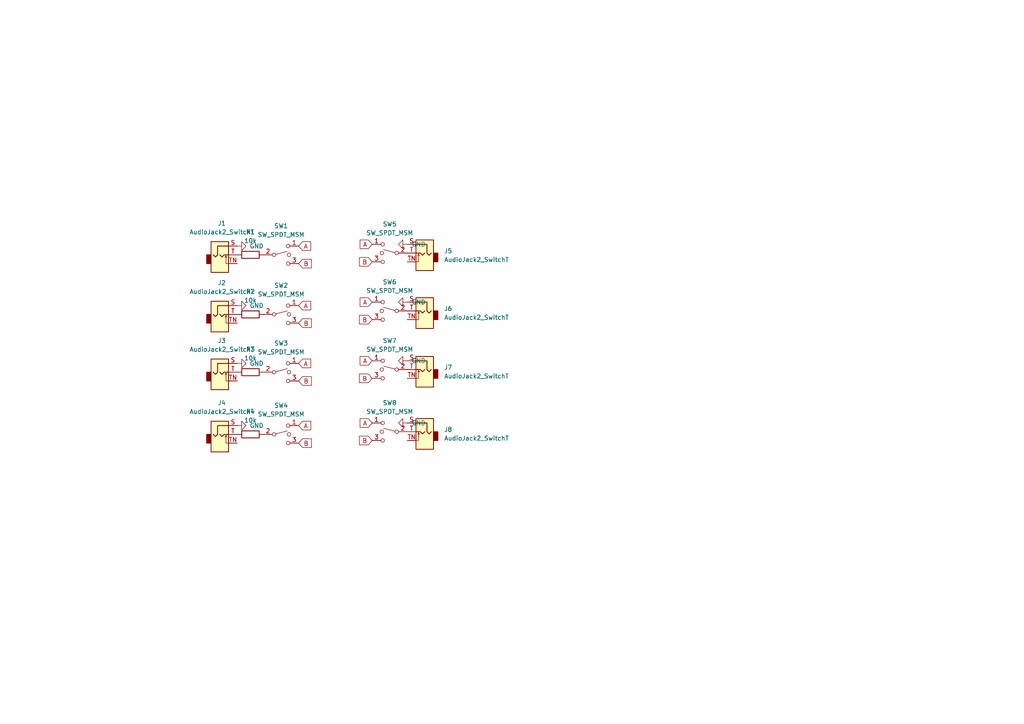
<source format=kicad_sch>
(kicad_sch (version 20210621) (generator eeschema)
  (paper "A4")
  (lib_symbols
    (symbol "Connector:AudioJack2_SwitchT"
      (property "Reference" "J" (at 0 8.89 0))
      (property "Value" "AudioJack2_SwitchT" (at 0 6.35 0))
      (symbol "AudioJack2_SwitchT_0_1"
        (rectangle (start -2.54 0) (end -3.81 -2.54) (stroke (width 0.254)) (fill (type outline)))
        (polyline (pts (xy 1.778 -0.254) (xy 2.032 -0.762)))
        (polyline (pts (xy 0 0) (xy 0.635 -0.635) (xy 1.27 0) (xy 2.54 0)) (stroke (width 0.254)))
        (polyline (pts (xy 2.54 -2.54) (xy 1.778 -2.54) (xy 1.778 -0.254) (xy 1.524 -0.762)))
        (polyline (pts (xy 2.54 2.54) (xy -0.635 2.54) (xy -0.635 0) (xy -1.27 -0.635) (xy -1.905 0)) (stroke (width 0.254)))
        (rectangle (start 2.54 3.81) (end -2.54 -5.08) (stroke (width 0.254)) (fill (type background)))
      )
      (symbol "AudioJack2_SwitchT_1_1"
        (pin passive line (at 5.08 2.54 180) (length 2.54) (name "~") (number "S"))
        (pin passive line (at 5.08 0 180) (length 2.54) (name "~") (number "T"))
        (pin passive line (at 5.08 -2.54 180) (length 2.54) (name "~") (number "TN"))
      )
    )
    (symbol "Device:R" (pin_numbers hide) (pin_names (offset 0))
      (property "Reference" "R" (at 2.032 0 90))
      (property "Value" "R" (at 0 0 90))
      (symbol "R_0_1"
        (rectangle (start -1.016 -2.54) (end 1.016 2.54) (stroke (width 0.254)))
      )
      (symbol "R_1_1"
        (pin passive line (at 0 3.81 270) (length 1.27) (name "~") (number "1"))
        (pin passive line (at 0 -3.81 90) (length 1.27) (name "~") (number "2"))
      )
    )
    (symbol "Switch:SW_SPDT_MSM" (pin_names (offset 0) hide)
      (property "Reference" "SW" (at 0 5.08 0))
      (property "Value" "SW_SPDT_MSM" (at 0 -5.08 0))
      (symbol "SW_SPDT_MSM_0_0"
        (circle (center -2.032 0) (radius 0.508))
        (polyline (pts (xy -1.524 0.127) (xy 1.778 1.016)))
        (circle (center 2.032 -2.54) (radius 0.508))
      )
      (symbol "SW_SPDT_MSM_0_1"
        (circle (center 2.032 2.54) (radius 0.508))
        (circle (center 2.286 0) (radius 0.508))
      )
      (symbol "SW_SPDT_MSM_1_1"
        (pin passive line (at 5.08 2.54 180) (length 2.54) (name "1") (number "1"))
        (pin passive line (at -5.08 0 0) (length 2.54) (name "2") (number "2"))
        (pin passive line (at 5.08 -2.54 180) (length 2.54) (name "3") (number "3"))
      )
    )
    (symbol "power:GND" (power) (pin_names (offset 0))
      (property "Value" "GND" (at 0 -3.81 0))
      (symbol "GND_0_1"
        (polyline (pts (xy 0 0) (xy 0 -1.27) (xy 1.27 -1.27) (xy 0 -2.54) (xy -1.27 -1.27) (xy 0 -1.27)))
      )
      (symbol "GND_1_1"
        (pin power_in line (at 0 0 270) (length 0) hide (name "GND") (number "1"))
      )
    )
  )
  (global_label "A" (shape input) (at 86.614 71.374 0) (property "Intersheet References" "${INTERSHEET_REFS}" (effects hide)))
  (global_label "B" (shape input) (at 86.614 76.454 0) (property "Intersheet References" "${INTERSHEET_REFS}" (effects hide)))
  (global_label "A" (shape input) (at 86.614 88.646 0) (property "Intersheet References" "${INTERSHEET_REFS}" (effects hide)))
  (global_label "B" (shape input) (at 86.614 93.726 0) (property "Intersheet References" "${INTERSHEET_REFS}" (effects hide)))
  (global_label "A" (shape input) (at 86.614 105.41 0) (property "Intersheet References" "${INTERSHEET_REFS}" (effects hide)))
  (global_label "B" (shape input) (at 86.614 110.49 0) (property "Intersheet References" "${INTERSHEET_REFS}" (effects hide)))
  (global_label "A" (shape input) (at 86.614 123.444 0) (property "Intersheet References" "${INTERSHEET_REFS}" (effects hide)))
  (global_label "B" (shape input) (at 86.614 128.524 0) (property "Intersheet References" "${INTERSHEET_REFS}" (effects hide)))
  (global_label "A" (shape input) (at 107.95 70.866 180) (property "Intersheet References" "${INTERSHEET_REFS}" (effects hide)))
  (global_label "B" (shape input) (at 107.95 75.946 180) (property "Intersheet References" "${INTERSHEET_REFS}" (effects hide)))
  (global_label "A" (shape input) (at 107.95 87.63 180) (property "Intersheet References" "${INTERSHEET_REFS}" (effects hide)))
  (global_label "B" (shape input) (at 107.95 92.71 180) (property "Intersheet References" "${INTERSHEET_REFS}" (effects hide)))
  (global_label "A" (shape input) (at 107.95 104.648 180) (property "Intersheet References" "${INTERSHEET_REFS}" (effects hide)))
  (global_label "B" (shape input) (at 107.95 109.728 180) (property "Intersheet References" "${INTERSHEET_REFS}" (effects hide)))
  (global_label "A" (shape input) (at 107.95 122.682 180) (property "Intersheet References" "${INTERSHEET_REFS}" (effects hide)))
  (global_label "B" (shape input) (at 107.95 127.762 180) (property "Intersheet References" "${INTERSHEET_REFS}" (effects hide)))
  (symbol (lib_id "power:GND") (at 68.834 71.374 90) (unit 1)
    (property "Reference" "#PWR01" (effects hide))
    (property "Value" "GND" (at 72.39 71.3739 90) (effects (justify right)))
  )
  (symbol (lib_id "power:GND") (at 68.834 88.646 90) (unit 1)
    (property "Reference" "#PWR02" (effects hide))
    (property "Value" "GND" (at 72.39 88.6459 90) (effects (justify right)))
  )
  (symbol (lib_id "power:GND") (at 68.834 105.41 90) (unit 1)
    (property "Reference" "#PWR03" (effects hide))
    (property "Value" "GND" (at 72.39 105.4099 90) (effects (justify right)))
  )
  (symbol (lib_id "power:GND") (at 68.834 123.444 90) (unit 1)
    (property "Reference" "#PWR04" (effects hide))
    (property "Value" "GND" (at 72.39 123.4439 90) (effects (justify right)))
  )
  (symbol (lib_id "power:GND") (at 118.11 70.866 270) (unit 1)
    (property "Reference" "#PWR05" (effects hide))
    (property "Value" "GND" (at 119.38 70.8659 90) (effects (justify left)))
  )
  (symbol (lib_id "power:GND") (at 118.11 87.63 270) (unit 1)
    (property "Reference" "#PWR06" (effects hide))
    (property "Value" "GND" (at 119.38 87.6299 90) (effects (justify left)))
  )
  (symbol (lib_id "power:GND") (at 118.11 104.648 270) (unit 1)
    (property "Reference" "#PWR07" (effects hide))
    (property "Value" "GND" (at 119.38 104.6479 90) (effects (justify left)))
  )
  (symbol (lib_id "power:GND") (at 118.11 122.682 270) (unit 1)
    (property "Reference" "#PWR08" (effects hide))
    (property "Value" "GND" (at 119.38 122.6819 90) (effects (justify left)))
  )
  (symbol (lib_id "Device:R") (at 72.644 73.914 90) (unit 1)
    (property "Reference" "R1" (at 72.644 67.31 90))
    (property "Value" "10k" (at 72.644 69.85 90))
    (property "Footprint" "Resistor_THT:R_Axial_DIN0207_L6.3mm_D2.5mm_P7.62mm_Horizontal" (effects hide))
  )
  (symbol (lib_id "Device:R") (at 72.644 91.186 90) (unit 1)
    (property "Reference" "R2" (at 72.644 84.582 90))
    (property "Value" "10k" (at 72.644 87.122 90))
    (property "Footprint" "Resistor_THT:R_Axial_DIN0207_L6.3mm_D2.5mm_P7.62mm_Horizontal" (effects hide))
  )
  (symbol (lib_id "Device:R") (at 72.644 107.95 90) (unit 1)
    (property "Reference" "R3" (at 72.644 101.346 90))
    (property "Value" "10k" (at 72.644 103.886 90))
    (property "Footprint" "Resistor_THT:R_Axial_DIN0207_L6.3mm_D2.5mm_P7.62mm_Horizontal" (effects hide))
  )
  (symbol (lib_id "Device:R") (at 72.644 125.984 90) (unit 1)
    (property "Reference" "R4" (at 72.644 119.38 90))
    (property "Value" "10k" (at 72.644 121.92 90))
    (property "Footprint" "Resistor_THT:R_Axial_DIN0207_L6.3mm_D2.5mm_P7.62mm_Horizontal" (effects hide))
  )
  (symbol (lib_id "Switch:SW_SPDT_MSM") (at 81.534 73.914 0) (unit 1)
    (property "Reference" "SW1" (at 81.534 65.532 0))
    (property "Value" "SW_SPDT_MSM" (at 81.534 68.072 0))
    (property "Footprint" "Pale Slim Ghost:Sub Mini Toggle Switch SPDT" (effects hide))
  )
  (symbol (lib_id "Switch:SW_SPDT_MSM") (at 81.534 91.186 0) (unit 1)
    (property "Reference" "SW2" (at 81.534 82.804 0))
    (property "Value" "SW_SPDT_MSM" (at 81.534 85.344 0))
    (property "Footprint" "Pale Slim Ghost:Sub Mini Toggle Switch SPDT" (effects hide))
  )
  (symbol (lib_id "Switch:SW_SPDT_MSM") (at 81.534 107.95 0) (unit 1)
    (property "Reference" "SW3" (at 81.534 99.568 0))
    (property "Value" "SW_SPDT_MSM" (at 81.534 102.108 0))
    (property "Footprint" "Pale Slim Ghost:Sub Mini Toggle Switch SPDT" (effects hide))
  )
  (symbol (lib_id "Switch:SW_SPDT_MSM") (at 81.534 125.984 0) (unit 1)
    (property "Reference" "SW4" (at 81.534 117.602 0))
    (property "Value" "SW_SPDT_MSM" (at 81.534 120.142 0))
    (property "Footprint" "Pale Slim Ghost:Sub Mini Toggle Switch SPDT" (effects hide))
  )
  (symbol (lib_id "Switch:SW_SPDT_MSM") (at 113.03 73.406 0) (mirror y) (unit 1)
    (property "Reference" "SW5" (at 113.03 65.024 0))
    (property "Value" "SW_SPDT_MSM" (at 113.03 67.564 0))
    (property "Footprint" "Pale Slim Ghost:Sub Mini Toggle Switch SPDT" (effects hide))
  )
  (symbol (lib_id "Switch:SW_SPDT_MSM") (at 113.03 90.17 0) (mirror y) (unit 1)
    (property "Reference" "SW6" (at 113.03 81.788 0))
    (property "Value" "SW_SPDT_MSM" (at 113.03 84.328 0))
    (property "Footprint" "Pale Slim Ghost:Sub Mini Toggle Switch SPDT" (effects hide))
  )
  (symbol (lib_id "Switch:SW_SPDT_MSM") (at 113.03 107.188 0) (mirror y) (unit 1)
    (property "Reference" "SW7" (at 113.03 98.806 0))
    (property "Value" "SW_SPDT_MSM" (at 113.03 101.346 0))
    (property "Footprint" "Pale Slim Ghost:Sub Mini Toggle Switch SPDT" (effects hide))
  )
  (symbol (lib_id "Switch:SW_SPDT_MSM") (at 113.03 125.222 0) (mirror y) (unit 1)
    (property "Reference" "SW8" (at 113.03 116.84 0))
    (property "Value" "SW_SPDT_MSM" (at 113.03 119.38 0))
    (property "Footprint" "Pale Slim Ghost:Sub Mini Toggle Switch SPDT" (effects hide))
  )
  (symbol (lib_id "Connector:AudioJack2_SwitchT") (at 63.754 73.914 0) (unit 1)
    (property "Reference" "J1" (at 64.3255 64.77 0))
    (property "Value" "AudioJack2_SwitchT" (at 64.3255 67.31 0))
    (property "Footprint" "AudioJacks:Jack_3.5mm_QingPu_WQP-PJ398SM_Vertical" (effects hide))
  )
  (symbol (lib_id "Connector:AudioJack2_SwitchT") (at 63.754 91.186 0) (unit 1)
    (property "Reference" "J2" (at 64.3255 82.042 0))
    (property "Value" "AudioJack2_SwitchT" (at 64.3255 84.582 0))
    (property "Footprint" "AudioJacks:Jack_3.5mm_QingPu_WQP-PJ398SM_Vertical" (effects hide))
  )
  (symbol (lib_id "Connector:AudioJack2_SwitchT") (at 63.754 107.95 0) (unit 1)
    (property "Reference" "J3" (at 64.3255 98.806 0))
    (property "Value" "AudioJack2_SwitchT" (at 64.3255 101.346 0))
    (property "Footprint" "AudioJacks:Jack_3.5mm_QingPu_WQP-PJ398SM_Vertical" (effects hide))
  )
  (symbol (lib_id "Connector:AudioJack2_SwitchT") (at 63.754 125.984 0) (unit 1)
    (property "Reference" "J4" (at 64.3255 116.84 0))
    (property "Value" "AudioJack2_SwitchT" (at 64.3255 119.38 0))
    (property "Footprint" "AudioJacks:Jack_3.5mm_QingPu_WQP-PJ398SM_Vertical" (effects hide))
  )
  (symbol (lib_id "Connector:AudioJack2_SwitchT") (at 123.19 73.406 0) (mirror y) (unit 1)
    (property "Reference" "J5" (at 128.778 72.7709 0) (effects (justify right)))
    (property "Value" "AudioJack2_SwitchT" (at 128.778 75.3109 0) (effects (justify right)))
    (property "Footprint" "AudioJacks:Jack_3.5mm_QingPu_WQP-PJ398SM_Vertical" (effects hide))
  )
  (symbol (lib_id "Connector:AudioJack2_SwitchT") (at 123.19 90.17 0) (mirror y) (unit 1)
    (property "Reference" "J6" (at 128.778 89.5349 0) (effects (justify right)))
    (property "Value" "AudioJack2_SwitchT" (at 128.778 92.0749 0) (effects (justify right)))
    (property "Footprint" "AudioJacks:Jack_3.5mm_QingPu_WQP-PJ398SM_Vertical" (effects hide))
  )
  (symbol (lib_id "Connector:AudioJack2_SwitchT") (at 123.19 107.188 0) (mirror y) (unit 1)
    (property "Reference" "J7" (at 128.778 106.5529 0) (effects (justify right)))
    (property "Value" "AudioJack2_SwitchT" (at 128.778 109.0929 0) (effects (justify right)))
    (property "Footprint" "AudioJacks:Jack_3.5mm_QingPu_WQP-PJ398SM_Vertical" (effects hide))
  )
  (symbol (lib_id "Connector:AudioJack2_SwitchT") (at 123.19 125.222 0) (mirror y) (unit 1)
    (property "Reference" "J8" (at 128.778 124.5869 0) (effects (justify right)))
    (property "Value" "AudioJack2_SwitchT" (at 128.778 127.1269 0) (effects (justify right)))
    (property "Footprint" "AudioJacks:Jack_3.5mm_QingPu_WQP-PJ398SM_Vertical" (effects hide))
  )
)
</source>
